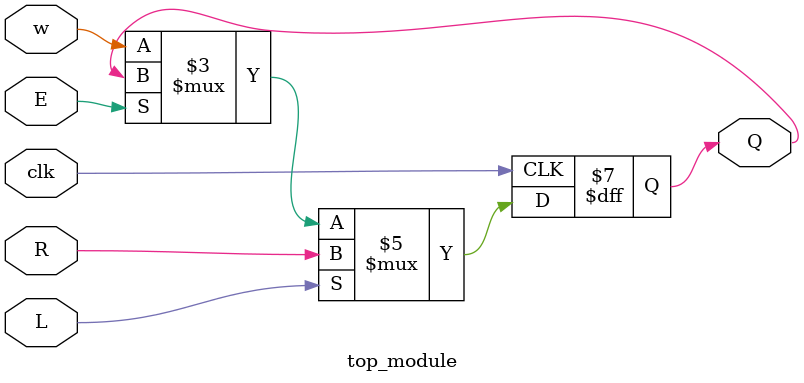
<source format=sv>
module top_module (
    input clk,
    input w,
    input R,
    input E,
    input L,
    output reg Q
);

always @(posedge clk) begin
    if (L == 1'b1) begin
        Q <= R;
    end else begin
        Q <= E ? Q : w;
    end
end

endmodule

</source>
